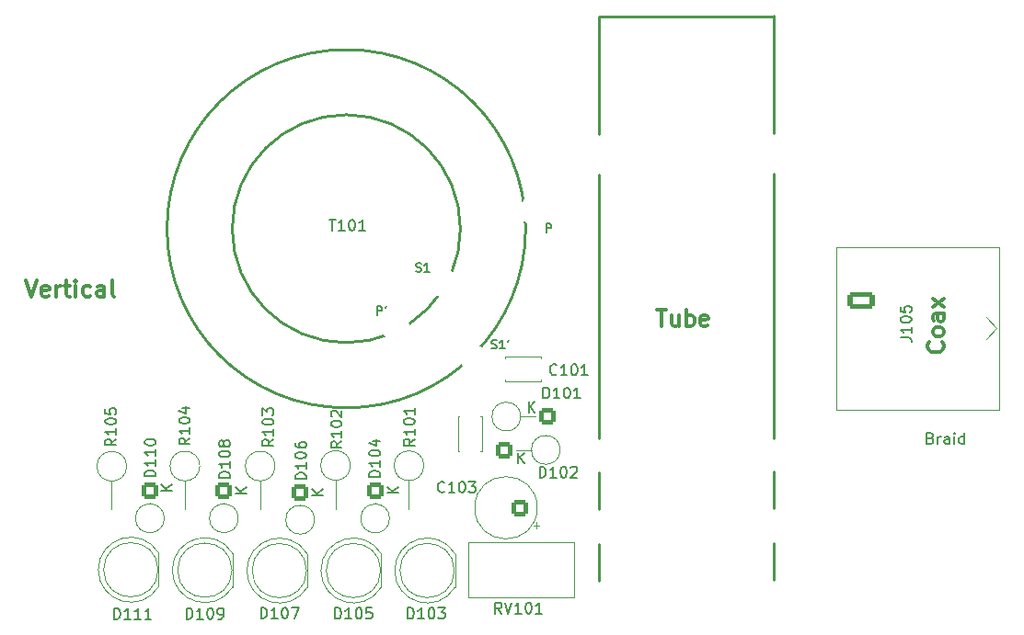
<source format=gto>
G04 #@! TF.GenerationSoftware,KiCad,Pcbnew,9.0.4*
G04 #@! TF.CreationDate,2026-01-10T10:25:12-05:00*
G04 #@! TF.ProjectId,SignalStreamer,5369676e-616c-4537-9472-65616d65722e,rev?*
G04 #@! TF.SameCoordinates,Original*
G04 #@! TF.FileFunction,Legend,Top*
G04 #@! TF.FilePolarity,Positive*
%FSLAX46Y46*%
G04 Gerber Fmt 4.6, Leading zero omitted, Abs format (unit mm)*
G04 Created by KiCad (PCBNEW 9.0.4) date 2026-01-10 10:25:12*
%MOMM*%
%LPD*%
G01*
G04 APERTURE LIST*
G04 Aperture macros list*
%AMRoundRect*
0 Rectangle with rounded corners*
0 $1 Rounding radius*
0 $2 $3 $4 $5 $6 $7 $8 $9 X,Y pos of 4 corners*
0 Add a 4 corners polygon primitive as box body*
4,1,4,$2,$3,$4,$5,$6,$7,$8,$9,$2,$3,0*
0 Add four circle primitives for the rounded corners*
1,1,$1+$1,$2,$3*
1,1,$1+$1,$4,$5*
1,1,$1+$1,$6,$7*
1,1,$1+$1,$8,$9*
0 Add four rect primitives between the rounded corners*
20,1,$1+$1,$2,$3,$4,$5,0*
20,1,$1+$1,$4,$5,$6,$7,0*
20,1,$1+$1,$6,$7,$8,$9,0*
20,1,$1+$1,$8,$9,$2,$3,0*%
G04 Aperture macros list end*
%ADD10C,0.300000*%
%ADD11C,0.150000*%
%ADD12C,0.250000*%
%ADD13C,0.120000*%
%ADD14C,2.600000*%
%ADD15C,5.000000*%
%ADD16RoundRect,0.250000X-0.550000X0.550000X-0.550000X-0.550000X0.550000X-0.550000X0.550000X0.550000X0*%
%ADD17C,1.600000*%
%ADD18C,2.500000*%
%ADD19C,3.000000*%
%ADD20R,1.800000X1.800000*%
%ADD21C,1.800000*%
%ADD22O,2.500000X1.600000*%
%ADD23C,3.500000*%
%ADD24RoundRect,0.250000X-1.000000X0.550000X-1.000000X-0.550000X1.000000X-0.550000X1.000000X0.550000X0*%
%ADD25RoundRect,0.250000X0.550000X0.550000X-0.550000X0.550000X-0.550000X-0.550000X0.550000X-0.550000X0*%
%ADD26C,7.000000*%
%ADD27RoundRect,0.250000X-0.550000X-0.550000X0.550000X-0.550000X0.550000X0.550000X-0.550000X0.550000X0*%
%ADD28C,1.440000*%
G04 APERTURE END LIST*
D10*
X50150225Y-83600828D02*
X50650225Y-85100828D01*
X50650225Y-85100828D02*
X51150225Y-83600828D01*
X52221653Y-85029400D02*
X52078796Y-85100828D01*
X52078796Y-85100828D02*
X51793082Y-85100828D01*
X51793082Y-85100828D02*
X51650224Y-85029400D01*
X51650224Y-85029400D02*
X51578796Y-84886542D01*
X51578796Y-84886542D02*
X51578796Y-84315114D01*
X51578796Y-84315114D02*
X51650224Y-84172257D01*
X51650224Y-84172257D02*
X51793082Y-84100828D01*
X51793082Y-84100828D02*
X52078796Y-84100828D01*
X52078796Y-84100828D02*
X52221653Y-84172257D01*
X52221653Y-84172257D02*
X52293082Y-84315114D01*
X52293082Y-84315114D02*
X52293082Y-84457971D01*
X52293082Y-84457971D02*
X51578796Y-84600828D01*
X52935938Y-85100828D02*
X52935938Y-84100828D01*
X52935938Y-84386542D02*
X53007367Y-84243685D01*
X53007367Y-84243685D02*
X53078796Y-84172257D01*
X53078796Y-84172257D02*
X53221653Y-84100828D01*
X53221653Y-84100828D02*
X53364510Y-84100828D01*
X53650224Y-84100828D02*
X54221652Y-84100828D01*
X53864509Y-83600828D02*
X53864509Y-84886542D01*
X53864509Y-84886542D02*
X53935938Y-85029400D01*
X53935938Y-85029400D02*
X54078795Y-85100828D01*
X54078795Y-85100828D02*
X54221652Y-85100828D01*
X54721652Y-85100828D02*
X54721652Y-84100828D01*
X54721652Y-83600828D02*
X54650224Y-83672257D01*
X54650224Y-83672257D02*
X54721652Y-83743685D01*
X54721652Y-83743685D02*
X54793081Y-83672257D01*
X54793081Y-83672257D02*
X54721652Y-83600828D01*
X54721652Y-83600828D02*
X54721652Y-83743685D01*
X56078796Y-85029400D02*
X55935938Y-85100828D01*
X55935938Y-85100828D02*
X55650224Y-85100828D01*
X55650224Y-85100828D02*
X55507367Y-85029400D01*
X55507367Y-85029400D02*
X55435938Y-84957971D01*
X55435938Y-84957971D02*
X55364510Y-84815114D01*
X55364510Y-84815114D02*
X55364510Y-84386542D01*
X55364510Y-84386542D02*
X55435938Y-84243685D01*
X55435938Y-84243685D02*
X55507367Y-84172257D01*
X55507367Y-84172257D02*
X55650224Y-84100828D01*
X55650224Y-84100828D02*
X55935938Y-84100828D01*
X55935938Y-84100828D02*
X56078796Y-84172257D01*
X57364510Y-85100828D02*
X57364510Y-84315114D01*
X57364510Y-84315114D02*
X57293081Y-84172257D01*
X57293081Y-84172257D02*
X57150224Y-84100828D01*
X57150224Y-84100828D02*
X56864510Y-84100828D01*
X56864510Y-84100828D02*
X56721652Y-84172257D01*
X57364510Y-85029400D02*
X57221652Y-85100828D01*
X57221652Y-85100828D02*
X56864510Y-85100828D01*
X56864510Y-85100828D02*
X56721652Y-85029400D01*
X56721652Y-85029400D02*
X56650224Y-84886542D01*
X56650224Y-84886542D02*
X56650224Y-84743685D01*
X56650224Y-84743685D02*
X56721652Y-84600828D01*
X56721652Y-84600828D02*
X56864510Y-84529400D01*
X56864510Y-84529400D02*
X57221652Y-84529400D01*
X57221652Y-84529400D02*
X57364510Y-84457971D01*
X58293081Y-85100828D02*
X58150224Y-85029400D01*
X58150224Y-85029400D02*
X58078795Y-84886542D01*
X58078795Y-84886542D02*
X58078795Y-83600828D01*
D11*
X133390112Y-98156009D02*
X133532969Y-98203628D01*
X133532969Y-98203628D02*
X133580588Y-98251247D01*
X133580588Y-98251247D02*
X133628207Y-98346485D01*
X133628207Y-98346485D02*
X133628207Y-98489342D01*
X133628207Y-98489342D02*
X133580588Y-98584580D01*
X133580588Y-98584580D02*
X133532969Y-98632200D01*
X133532969Y-98632200D02*
X133437731Y-98679819D01*
X133437731Y-98679819D02*
X133056779Y-98679819D01*
X133056779Y-98679819D02*
X133056779Y-97679819D01*
X133056779Y-97679819D02*
X133390112Y-97679819D01*
X133390112Y-97679819D02*
X133485350Y-97727438D01*
X133485350Y-97727438D02*
X133532969Y-97775057D01*
X133532969Y-97775057D02*
X133580588Y-97870295D01*
X133580588Y-97870295D02*
X133580588Y-97965533D01*
X133580588Y-97965533D02*
X133532969Y-98060771D01*
X133532969Y-98060771D02*
X133485350Y-98108390D01*
X133485350Y-98108390D02*
X133390112Y-98156009D01*
X133390112Y-98156009D02*
X133056779Y-98156009D01*
X134056779Y-98679819D02*
X134056779Y-98013152D01*
X134056779Y-98203628D02*
X134104398Y-98108390D01*
X134104398Y-98108390D02*
X134152017Y-98060771D01*
X134152017Y-98060771D02*
X134247255Y-98013152D01*
X134247255Y-98013152D02*
X134342493Y-98013152D01*
X135104398Y-98679819D02*
X135104398Y-98156009D01*
X135104398Y-98156009D02*
X135056779Y-98060771D01*
X135056779Y-98060771D02*
X134961541Y-98013152D01*
X134961541Y-98013152D02*
X134771065Y-98013152D01*
X134771065Y-98013152D02*
X134675827Y-98060771D01*
X135104398Y-98632200D02*
X135009160Y-98679819D01*
X135009160Y-98679819D02*
X134771065Y-98679819D01*
X134771065Y-98679819D02*
X134675827Y-98632200D01*
X134675827Y-98632200D02*
X134628208Y-98536961D01*
X134628208Y-98536961D02*
X134628208Y-98441723D01*
X134628208Y-98441723D02*
X134675827Y-98346485D01*
X134675827Y-98346485D02*
X134771065Y-98298866D01*
X134771065Y-98298866D02*
X135009160Y-98298866D01*
X135009160Y-98298866D02*
X135104398Y-98251247D01*
X135580589Y-98679819D02*
X135580589Y-98013152D01*
X135580589Y-97679819D02*
X135532970Y-97727438D01*
X135532970Y-97727438D02*
X135580589Y-97775057D01*
X135580589Y-97775057D02*
X135628208Y-97727438D01*
X135628208Y-97727438D02*
X135580589Y-97679819D01*
X135580589Y-97679819D02*
X135580589Y-97775057D01*
X136485350Y-98679819D02*
X136485350Y-97679819D01*
X136485350Y-98632200D02*
X136390112Y-98679819D01*
X136390112Y-98679819D02*
X136199636Y-98679819D01*
X136199636Y-98679819D02*
X136104398Y-98632200D01*
X136104398Y-98632200D02*
X136056779Y-98584580D01*
X136056779Y-98584580D02*
X136009160Y-98489342D01*
X136009160Y-98489342D02*
X136009160Y-98203628D01*
X136009160Y-98203628D02*
X136056779Y-98108390D01*
X136056779Y-98108390D02*
X136104398Y-98060771D01*
X136104398Y-98060771D02*
X136199636Y-98013152D01*
X136199636Y-98013152D02*
X136390112Y-98013152D01*
X136390112Y-98013152D02*
X136485350Y-98060771D01*
D10*
X108220225Y-86335728D02*
X109077368Y-86335728D01*
X108648796Y-87835728D02*
X108648796Y-86335728D01*
X110220225Y-86835728D02*
X110220225Y-87835728D01*
X109577367Y-86835728D02*
X109577367Y-87621442D01*
X109577367Y-87621442D02*
X109648796Y-87764300D01*
X109648796Y-87764300D02*
X109791653Y-87835728D01*
X109791653Y-87835728D02*
X110005939Y-87835728D01*
X110005939Y-87835728D02*
X110148796Y-87764300D01*
X110148796Y-87764300D02*
X110220225Y-87692871D01*
X110934510Y-87835728D02*
X110934510Y-86335728D01*
X110934510Y-86907157D02*
X111077368Y-86835728D01*
X111077368Y-86835728D02*
X111363082Y-86835728D01*
X111363082Y-86835728D02*
X111505939Y-86907157D01*
X111505939Y-86907157D02*
X111577368Y-86978585D01*
X111577368Y-86978585D02*
X111648796Y-87121442D01*
X111648796Y-87121442D02*
X111648796Y-87550014D01*
X111648796Y-87550014D02*
X111577368Y-87692871D01*
X111577368Y-87692871D02*
X111505939Y-87764300D01*
X111505939Y-87764300D02*
X111363082Y-87835728D01*
X111363082Y-87835728D02*
X111077368Y-87835728D01*
X111077368Y-87835728D02*
X110934510Y-87764300D01*
X112863082Y-87764300D02*
X112720225Y-87835728D01*
X112720225Y-87835728D02*
X112434511Y-87835728D01*
X112434511Y-87835728D02*
X112291653Y-87764300D01*
X112291653Y-87764300D02*
X112220225Y-87621442D01*
X112220225Y-87621442D02*
X112220225Y-87050014D01*
X112220225Y-87050014D02*
X112291653Y-86907157D01*
X112291653Y-86907157D02*
X112434511Y-86835728D01*
X112434511Y-86835728D02*
X112720225Y-86835728D01*
X112720225Y-86835728D02*
X112863082Y-86907157D01*
X112863082Y-86907157D02*
X112934511Y-87050014D01*
X112934511Y-87050014D02*
X112934511Y-87192871D01*
X112934511Y-87192871D02*
X112220225Y-87335728D01*
X134467971Y-89318346D02*
X134539400Y-89389774D01*
X134539400Y-89389774D02*
X134610828Y-89604060D01*
X134610828Y-89604060D02*
X134610828Y-89746917D01*
X134610828Y-89746917D02*
X134539400Y-89961203D01*
X134539400Y-89961203D02*
X134396542Y-90104060D01*
X134396542Y-90104060D02*
X134253685Y-90175489D01*
X134253685Y-90175489D02*
X133967971Y-90246917D01*
X133967971Y-90246917D02*
X133753685Y-90246917D01*
X133753685Y-90246917D02*
X133467971Y-90175489D01*
X133467971Y-90175489D02*
X133325114Y-90104060D01*
X133325114Y-90104060D02*
X133182257Y-89961203D01*
X133182257Y-89961203D02*
X133110828Y-89746917D01*
X133110828Y-89746917D02*
X133110828Y-89604060D01*
X133110828Y-89604060D02*
X133182257Y-89389774D01*
X133182257Y-89389774D02*
X133253685Y-89318346D01*
X134610828Y-88461203D02*
X134539400Y-88604060D01*
X134539400Y-88604060D02*
X134467971Y-88675489D01*
X134467971Y-88675489D02*
X134325114Y-88746917D01*
X134325114Y-88746917D02*
X133896542Y-88746917D01*
X133896542Y-88746917D02*
X133753685Y-88675489D01*
X133753685Y-88675489D02*
X133682257Y-88604060D01*
X133682257Y-88604060D02*
X133610828Y-88461203D01*
X133610828Y-88461203D02*
X133610828Y-88246917D01*
X133610828Y-88246917D02*
X133682257Y-88104060D01*
X133682257Y-88104060D02*
X133753685Y-88032632D01*
X133753685Y-88032632D02*
X133896542Y-87961203D01*
X133896542Y-87961203D02*
X134325114Y-87961203D01*
X134325114Y-87961203D02*
X134467971Y-88032632D01*
X134467971Y-88032632D02*
X134539400Y-88104060D01*
X134539400Y-88104060D02*
X134610828Y-88246917D01*
X134610828Y-88246917D02*
X134610828Y-88461203D01*
X134610828Y-86675489D02*
X133825114Y-86675489D01*
X133825114Y-86675489D02*
X133682257Y-86746917D01*
X133682257Y-86746917D02*
X133610828Y-86889774D01*
X133610828Y-86889774D02*
X133610828Y-87175489D01*
X133610828Y-87175489D02*
X133682257Y-87318346D01*
X134539400Y-86675489D02*
X134610828Y-86818346D01*
X134610828Y-86818346D02*
X134610828Y-87175489D01*
X134610828Y-87175489D02*
X134539400Y-87318346D01*
X134539400Y-87318346D02*
X134396542Y-87389774D01*
X134396542Y-87389774D02*
X134253685Y-87389774D01*
X134253685Y-87389774D02*
X134110828Y-87318346D01*
X134110828Y-87318346D02*
X134039400Y-87175489D01*
X134039400Y-87175489D02*
X134039400Y-86818346D01*
X134039400Y-86818346D02*
X133967971Y-86675489D01*
X134610828Y-86104060D02*
X133610828Y-85318346D01*
X133610828Y-86104060D02*
X134610828Y-85318346D01*
D11*
X78045714Y-78024819D02*
X78617142Y-78024819D01*
X78331428Y-79024819D02*
X78331428Y-78024819D01*
X79474285Y-79024819D02*
X78902857Y-79024819D01*
X79188571Y-79024819D02*
X79188571Y-78024819D01*
X79188571Y-78024819D02*
X79093333Y-78167676D01*
X79093333Y-78167676D02*
X78998095Y-78262914D01*
X78998095Y-78262914D02*
X78902857Y-78310533D01*
X80093333Y-78024819D02*
X80188571Y-78024819D01*
X80188571Y-78024819D02*
X80283809Y-78072438D01*
X80283809Y-78072438D02*
X80331428Y-78120057D01*
X80331428Y-78120057D02*
X80379047Y-78215295D01*
X80379047Y-78215295D02*
X80426666Y-78405771D01*
X80426666Y-78405771D02*
X80426666Y-78643866D01*
X80426666Y-78643866D02*
X80379047Y-78834342D01*
X80379047Y-78834342D02*
X80331428Y-78929580D01*
X80331428Y-78929580D02*
X80283809Y-78977200D01*
X80283809Y-78977200D02*
X80188571Y-79024819D01*
X80188571Y-79024819D02*
X80093333Y-79024819D01*
X80093333Y-79024819D02*
X79998095Y-78977200D01*
X79998095Y-78977200D02*
X79950476Y-78929580D01*
X79950476Y-78929580D02*
X79902857Y-78834342D01*
X79902857Y-78834342D02*
X79855238Y-78643866D01*
X79855238Y-78643866D02*
X79855238Y-78405771D01*
X79855238Y-78405771D02*
X79902857Y-78215295D01*
X79902857Y-78215295D02*
X79950476Y-78120057D01*
X79950476Y-78120057D02*
X79998095Y-78072438D01*
X79998095Y-78072438D02*
X80093333Y-78024819D01*
X81379047Y-79024819D02*
X80807619Y-79024819D01*
X81093333Y-79024819D02*
X81093333Y-78024819D01*
X81093333Y-78024819D02*
X80998095Y-78167676D01*
X80998095Y-78167676D02*
X80902857Y-78262914D01*
X80902857Y-78262914D02*
X80807619Y-78310533D01*
X82450000Y-86822295D02*
X82450000Y-86022295D01*
X82450000Y-86022295D02*
X82754762Y-86022295D01*
X82754762Y-86022295D02*
X82830952Y-86060390D01*
X82830952Y-86060390D02*
X82869047Y-86098485D01*
X82869047Y-86098485D02*
X82907143Y-86174676D01*
X82907143Y-86174676D02*
X82907143Y-86288961D01*
X82907143Y-86288961D02*
X82869047Y-86365152D01*
X82869047Y-86365152D02*
X82830952Y-86403247D01*
X82830952Y-86403247D02*
X82754762Y-86441342D01*
X82754762Y-86441342D02*
X82450000Y-86441342D01*
X83288095Y-86022295D02*
X83211904Y-86174676D01*
X86050475Y-82774200D02*
X86164761Y-82812295D01*
X86164761Y-82812295D02*
X86355237Y-82812295D01*
X86355237Y-82812295D02*
X86431428Y-82774200D01*
X86431428Y-82774200D02*
X86469523Y-82736104D01*
X86469523Y-82736104D02*
X86507618Y-82659914D01*
X86507618Y-82659914D02*
X86507618Y-82583723D01*
X86507618Y-82583723D02*
X86469523Y-82507533D01*
X86469523Y-82507533D02*
X86431428Y-82469438D01*
X86431428Y-82469438D02*
X86355237Y-82431342D01*
X86355237Y-82431342D02*
X86202856Y-82393247D01*
X86202856Y-82393247D02*
X86126666Y-82355152D01*
X86126666Y-82355152D02*
X86088571Y-82317057D01*
X86088571Y-82317057D02*
X86050475Y-82240866D01*
X86050475Y-82240866D02*
X86050475Y-82164676D01*
X86050475Y-82164676D02*
X86088571Y-82088485D01*
X86088571Y-82088485D02*
X86126666Y-82050390D01*
X86126666Y-82050390D02*
X86202856Y-82012295D01*
X86202856Y-82012295D02*
X86393333Y-82012295D01*
X86393333Y-82012295D02*
X86507618Y-82050390D01*
X87269523Y-82812295D02*
X86812380Y-82812295D01*
X87040952Y-82812295D02*
X87040952Y-82012295D01*
X87040952Y-82012295D02*
X86964761Y-82126580D01*
X86964761Y-82126580D02*
X86888571Y-82202771D01*
X86888571Y-82202771D02*
X86812380Y-82240866D01*
X93009999Y-89874200D02*
X93124285Y-89912295D01*
X93124285Y-89912295D02*
X93314761Y-89912295D01*
X93314761Y-89912295D02*
X93390952Y-89874200D01*
X93390952Y-89874200D02*
X93429047Y-89836104D01*
X93429047Y-89836104D02*
X93467142Y-89759914D01*
X93467142Y-89759914D02*
X93467142Y-89683723D01*
X93467142Y-89683723D02*
X93429047Y-89607533D01*
X93429047Y-89607533D02*
X93390952Y-89569438D01*
X93390952Y-89569438D02*
X93314761Y-89531342D01*
X93314761Y-89531342D02*
X93162380Y-89493247D01*
X93162380Y-89493247D02*
X93086190Y-89455152D01*
X93086190Y-89455152D02*
X93048095Y-89417057D01*
X93048095Y-89417057D02*
X93009999Y-89340866D01*
X93009999Y-89340866D02*
X93009999Y-89264676D01*
X93009999Y-89264676D02*
X93048095Y-89188485D01*
X93048095Y-89188485D02*
X93086190Y-89150390D01*
X93086190Y-89150390D02*
X93162380Y-89112295D01*
X93162380Y-89112295D02*
X93352857Y-89112295D01*
X93352857Y-89112295D02*
X93467142Y-89150390D01*
X94229047Y-89912295D02*
X93771904Y-89912295D01*
X94000476Y-89912295D02*
X94000476Y-89112295D01*
X94000476Y-89112295D02*
X93924285Y-89226580D01*
X93924285Y-89226580D02*
X93848095Y-89302771D01*
X93848095Y-89302771D02*
X93771904Y-89340866D01*
X94610000Y-89112295D02*
X94533809Y-89264676D01*
X98010476Y-79202295D02*
X98010476Y-78402295D01*
X98010476Y-78402295D02*
X98315238Y-78402295D01*
X98315238Y-78402295D02*
X98391428Y-78440390D01*
X98391428Y-78440390D02*
X98429523Y-78478485D01*
X98429523Y-78478485D02*
X98467619Y-78554676D01*
X98467619Y-78554676D02*
X98467619Y-78668961D01*
X98467619Y-78668961D02*
X98429523Y-78745152D01*
X98429523Y-78745152D02*
X98391428Y-78783247D01*
X98391428Y-78783247D02*
X98315238Y-78821342D01*
X98315238Y-78821342D02*
X98010476Y-78821342D01*
X82734819Y-101730475D02*
X81734819Y-101730475D01*
X81734819Y-101730475D02*
X81734819Y-101492380D01*
X81734819Y-101492380D02*
X81782438Y-101349523D01*
X81782438Y-101349523D02*
X81877676Y-101254285D01*
X81877676Y-101254285D02*
X81972914Y-101206666D01*
X81972914Y-101206666D02*
X82163390Y-101159047D01*
X82163390Y-101159047D02*
X82306247Y-101159047D01*
X82306247Y-101159047D02*
X82496723Y-101206666D01*
X82496723Y-101206666D02*
X82591961Y-101254285D01*
X82591961Y-101254285D02*
X82687200Y-101349523D01*
X82687200Y-101349523D02*
X82734819Y-101492380D01*
X82734819Y-101492380D02*
X82734819Y-101730475D01*
X82734819Y-100206666D02*
X82734819Y-100778094D01*
X82734819Y-100492380D02*
X81734819Y-100492380D01*
X81734819Y-100492380D02*
X81877676Y-100587618D01*
X81877676Y-100587618D02*
X81972914Y-100682856D01*
X81972914Y-100682856D02*
X82020533Y-100778094D01*
X81734819Y-99587618D02*
X81734819Y-99492380D01*
X81734819Y-99492380D02*
X81782438Y-99397142D01*
X81782438Y-99397142D02*
X81830057Y-99349523D01*
X81830057Y-99349523D02*
X81925295Y-99301904D01*
X81925295Y-99301904D02*
X82115771Y-99254285D01*
X82115771Y-99254285D02*
X82353866Y-99254285D01*
X82353866Y-99254285D02*
X82544342Y-99301904D01*
X82544342Y-99301904D02*
X82639580Y-99349523D01*
X82639580Y-99349523D02*
X82687200Y-99397142D01*
X82687200Y-99397142D02*
X82734819Y-99492380D01*
X82734819Y-99492380D02*
X82734819Y-99587618D01*
X82734819Y-99587618D02*
X82687200Y-99682856D01*
X82687200Y-99682856D02*
X82639580Y-99730475D01*
X82639580Y-99730475D02*
X82544342Y-99778094D01*
X82544342Y-99778094D02*
X82353866Y-99825713D01*
X82353866Y-99825713D02*
X82115771Y-99825713D01*
X82115771Y-99825713D02*
X81925295Y-99778094D01*
X81925295Y-99778094D02*
X81830057Y-99730475D01*
X81830057Y-99730475D02*
X81782438Y-99682856D01*
X81782438Y-99682856D02*
X81734819Y-99587618D01*
X82068152Y-98397142D02*
X82734819Y-98397142D01*
X81687200Y-98635237D02*
X82401485Y-98873332D01*
X82401485Y-98873332D02*
X82401485Y-98254285D01*
X84424819Y-103201904D02*
X83424819Y-103201904D01*
X84424819Y-102630476D02*
X83853390Y-103059047D01*
X83424819Y-102630476D02*
X83996247Y-103201904D01*
X58249524Y-114824819D02*
X58249524Y-113824819D01*
X58249524Y-113824819D02*
X58487619Y-113824819D01*
X58487619Y-113824819D02*
X58630476Y-113872438D01*
X58630476Y-113872438D02*
X58725714Y-113967676D01*
X58725714Y-113967676D02*
X58773333Y-114062914D01*
X58773333Y-114062914D02*
X58820952Y-114253390D01*
X58820952Y-114253390D02*
X58820952Y-114396247D01*
X58820952Y-114396247D02*
X58773333Y-114586723D01*
X58773333Y-114586723D02*
X58725714Y-114681961D01*
X58725714Y-114681961D02*
X58630476Y-114777200D01*
X58630476Y-114777200D02*
X58487619Y-114824819D01*
X58487619Y-114824819D02*
X58249524Y-114824819D01*
X59773333Y-114824819D02*
X59201905Y-114824819D01*
X59487619Y-114824819D02*
X59487619Y-113824819D01*
X59487619Y-113824819D02*
X59392381Y-113967676D01*
X59392381Y-113967676D02*
X59297143Y-114062914D01*
X59297143Y-114062914D02*
X59201905Y-114110533D01*
X60725714Y-114824819D02*
X60154286Y-114824819D01*
X60440000Y-114824819D02*
X60440000Y-113824819D01*
X60440000Y-113824819D02*
X60344762Y-113967676D01*
X60344762Y-113967676D02*
X60249524Y-114062914D01*
X60249524Y-114062914D02*
X60154286Y-114110533D01*
X61678095Y-114824819D02*
X61106667Y-114824819D01*
X61392381Y-114824819D02*
X61392381Y-113824819D01*
X61392381Y-113824819D02*
X61297143Y-113967676D01*
X61297143Y-113967676D02*
X61201905Y-114062914D01*
X61201905Y-114062914D02*
X61106667Y-114110533D01*
X85914819Y-98249047D02*
X85438628Y-98582380D01*
X85914819Y-98820475D02*
X84914819Y-98820475D01*
X84914819Y-98820475D02*
X84914819Y-98439523D01*
X84914819Y-98439523D02*
X84962438Y-98344285D01*
X84962438Y-98344285D02*
X85010057Y-98296666D01*
X85010057Y-98296666D02*
X85105295Y-98249047D01*
X85105295Y-98249047D02*
X85248152Y-98249047D01*
X85248152Y-98249047D02*
X85343390Y-98296666D01*
X85343390Y-98296666D02*
X85391009Y-98344285D01*
X85391009Y-98344285D02*
X85438628Y-98439523D01*
X85438628Y-98439523D02*
X85438628Y-98820475D01*
X85914819Y-97296666D02*
X85914819Y-97868094D01*
X85914819Y-97582380D02*
X84914819Y-97582380D01*
X84914819Y-97582380D02*
X85057676Y-97677618D01*
X85057676Y-97677618D02*
X85152914Y-97772856D01*
X85152914Y-97772856D02*
X85200533Y-97868094D01*
X84914819Y-96677618D02*
X84914819Y-96582380D01*
X84914819Y-96582380D02*
X84962438Y-96487142D01*
X84962438Y-96487142D02*
X85010057Y-96439523D01*
X85010057Y-96439523D02*
X85105295Y-96391904D01*
X85105295Y-96391904D02*
X85295771Y-96344285D01*
X85295771Y-96344285D02*
X85533866Y-96344285D01*
X85533866Y-96344285D02*
X85724342Y-96391904D01*
X85724342Y-96391904D02*
X85819580Y-96439523D01*
X85819580Y-96439523D02*
X85867200Y-96487142D01*
X85867200Y-96487142D02*
X85914819Y-96582380D01*
X85914819Y-96582380D02*
X85914819Y-96677618D01*
X85914819Y-96677618D02*
X85867200Y-96772856D01*
X85867200Y-96772856D02*
X85819580Y-96820475D01*
X85819580Y-96820475D02*
X85724342Y-96868094D01*
X85724342Y-96868094D02*
X85533866Y-96915713D01*
X85533866Y-96915713D02*
X85295771Y-96915713D01*
X85295771Y-96915713D02*
X85105295Y-96868094D01*
X85105295Y-96868094D02*
X85010057Y-96820475D01*
X85010057Y-96820475D02*
X84962438Y-96772856D01*
X84962438Y-96772856D02*
X84914819Y-96677618D01*
X85914819Y-95391904D02*
X85914819Y-95963332D01*
X85914819Y-95677618D02*
X84914819Y-95677618D01*
X84914819Y-95677618D02*
X85057676Y-95772856D01*
X85057676Y-95772856D02*
X85152914Y-95868094D01*
X85152914Y-95868094D02*
X85200533Y-95963332D01*
X62074819Y-101670475D02*
X61074819Y-101670475D01*
X61074819Y-101670475D02*
X61074819Y-101432380D01*
X61074819Y-101432380D02*
X61122438Y-101289523D01*
X61122438Y-101289523D02*
X61217676Y-101194285D01*
X61217676Y-101194285D02*
X61312914Y-101146666D01*
X61312914Y-101146666D02*
X61503390Y-101099047D01*
X61503390Y-101099047D02*
X61646247Y-101099047D01*
X61646247Y-101099047D02*
X61836723Y-101146666D01*
X61836723Y-101146666D02*
X61931961Y-101194285D01*
X61931961Y-101194285D02*
X62027200Y-101289523D01*
X62027200Y-101289523D02*
X62074819Y-101432380D01*
X62074819Y-101432380D02*
X62074819Y-101670475D01*
X62074819Y-100146666D02*
X62074819Y-100718094D01*
X62074819Y-100432380D02*
X61074819Y-100432380D01*
X61074819Y-100432380D02*
X61217676Y-100527618D01*
X61217676Y-100527618D02*
X61312914Y-100622856D01*
X61312914Y-100622856D02*
X61360533Y-100718094D01*
X62074819Y-99194285D02*
X62074819Y-99765713D01*
X62074819Y-99479999D02*
X61074819Y-99479999D01*
X61074819Y-99479999D02*
X61217676Y-99575237D01*
X61217676Y-99575237D02*
X61312914Y-99670475D01*
X61312914Y-99670475D02*
X61360533Y-99765713D01*
X61074819Y-98575237D02*
X61074819Y-98479999D01*
X61074819Y-98479999D02*
X61122438Y-98384761D01*
X61122438Y-98384761D02*
X61170057Y-98337142D01*
X61170057Y-98337142D02*
X61265295Y-98289523D01*
X61265295Y-98289523D02*
X61455771Y-98241904D01*
X61455771Y-98241904D02*
X61693866Y-98241904D01*
X61693866Y-98241904D02*
X61884342Y-98289523D01*
X61884342Y-98289523D02*
X61979580Y-98337142D01*
X61979580Y-98337142D02*
X62027200Y-98384761D01*
X62027200Y-98384761D02*
X62074819Y-98479999D01*
X62074819Y-98479999D02*
X62074819Y-98575237D01*
X62074819Y-98575237D02*
X62027200Y-98670475D01*
X62027200Y-98670475D02*
X61979580Y-98718094D01*
X61979580Y-98718094D02*
X61884342Y-98765713D01*
X61884342Y-98765713D02*
X61693866Y-98813332D01*
X61693866Y-98813332D02*
X61455771Y-98813332D01*
X61455771Y-98813332D02*
X61265295Y-98765713D01*
X61265295Y-98765713D02*
X61170057Y-98718094D01*
X61170057Y-98718094D02*
X61122438Y-98670475D01*
X61122438Y-98670475D02*
X61074819Y-98575237D01*
X63584819Y-102981904D02*
X62584819Y-102981904D01*
X63584819Y-102410476D02*
X63013390Y-102839047D01*
X62584819Y-102410476D02*
X63156247Y-102981904D01*
X130619819Y-88898114D02*
X131334104Y-88898114D01*
X131334104Y-88898114D02*
X131476961Y-88945733D01*
X131476961Y-88945733D02*
X131572200Y-89040971D01*
X131572200Y-89040971D02*
X131619819Y-89183828D01*
X131619819Y-89183828D02*
X131619819Y-89279066D01*
X131619819Y-87898114D02*
X131619819Y-88469542D01*
X131619819Y-88183828D02*
X130619819Y-88183828D01*
X130619819Y-88183828D02*
X130762676Y-88279066D01*
X130762676Y-88279066D02*
X130857914Y-88374304D01*
X130857914Y-88374304D02*
X130905533Y-88469542D01*
X130619819Y-87279066D02*
X130619819Y-87183828D01*
X130619819Y-87183828D02*
X130667438Y-87088590D01*
X130667438Y-87088590D02*
X130715057Y-87040971D01*
X130715057Y-87040971D02*
X130810295Y-86993352D01*
X130810295Y-86993352D02*
X131000771Y-86945733D01*
X131000771Y-86945733D02*
X131238866Y-86945733D01*
X131238866Y-86945733D02*
X131429342Y-86993352D01*
X131429342Y-86993352D02*
X131524580Y-87040971D01*
X131524580Y-87040971D02*
X131572200Y-87088590D01*
X131572200Y-87088590D02*
X131619819Y-87183828D01*
X131619819Y-87183828D02*
X131619819Y-87279066D01*
X131619819Y-87279066D02*
X131572200Y-87374304D01*
X131572200Y-87374304D02*
X131524580Y-87421923D01*
X131524580Y-87421923D02*
X131429342Y-87469542D01*
X131429342Y-87469542D02*
X131238866Y-87517161D01*
X131238866Y-87517161D02*
X131000771Y-87517161D01*
X131000771Y-87517161D02*
X130810295Y-87469542D01*
X130810295Y-87469542D02*
X130715057Y-87421923D01*
X130715057Y-87421923D02*
X130667438Y-87374304D01*
X130667438Y-87374304D02*
X130619819Y-87279066D01*
X130619819Y-86040971D02*
X130619819Y-86517161D01*
X130619819Y-86517161D02*
X131096009Y-86564780D01*
X131096009Y-86564780D02*
X131048390Y-86517161D01*
X131048390Y-86517161D02*
X131000771Y-86421923D01*
X131000771Y-86421923D02*
X131000771Y-86183828D01*
X131000771Y-86183828D02*
X131048390Y-86088590D01*
X131048390Y-86088590D02*
X131096009Y-86040971D01*
X131096009Y-86040971D02*
X131191247Y-85993352D01*
X131191247Y-85993352D02*
X131429342Y-85993352D01*
X131429342Y-85993352D02*
X131524580Y-86040971D01*
X131524580Y-86040971D02*
X131572200Y-86088590D01*
X131572200Y-86088590D02*
X131619819Y-86183828D01*
X131619819Y-86183828D02*
X131619819Y-86421923D01*
X131619819Y-86421923D02*
X131572200Y-86517161D01*
X131572200Y-86517161D02*
X131524580Y-86564780D01*
X88650952Y-103069580D02*
X88603333Y-103117200D01*
X88603333Y-103117200D02*
X88460476Y-103164819D01*
X88460476Y-103164819D02*
X88365238Y-103164819D01*
X88365238Y-103164819D02*
X88222381Y-103117200D01*
X88222381Y-103117200D02*
X88127143Y-103021961D01*
X88127143Y-103021961D02*
X88079524Y-102926723D01*
X88079524Y-102926723D02*
X88031905Y-102736247D01*
X88031905Y-102736247D02*
X88031905Y-102593390D01*
X88031905Y-102593390D02*
X88079524Y-102402914D01*
X88079524Y-102402914D02*
X88127143Y-102307676D01*
X88127143Y-102307676D02*
X88222381Y-102212438D01*
X88222381Y-102212438D02*
X88365238Y-102164819D01*
X88365238Y-102164819D02*
X88460476Y-102164819D01*
X88460476Y-102164819D02*
X88603333Y-102212438D01*
X88603333Y-102212438D02*
X88650952Y-102260057D01*
X89603333Y-103164819D02*
X89031905Y-103164819D01*
X89317619Y-103164819D02*
X89317619Y-102164819D01*
X89317619Y-102164819D02*
X89222381Y-102307676D01*
X89222381Y-102307676D02*
X89127143Y-102402914D01*
X89127143Y-102402914D02*
X89031905Y-102450533D01*
X90222381Y-102164819D02*
X90317619Y-102164819D01*
X90317619Y-102164819D02*
X90412857Y-102212438D01*
X90412857Y-102212438D02*
X90460476Y-102260057D01*
X90460476Y-102260057D02*
X90508095Y-102355295D01*
X90508095Y-102355295D02*
X90555714Y-102545771D01*
X90555714Y-102545771D02*
X90555714Y-102783866D01*
X90555714Y-102783866D02*
X90508095Y-102974342D01*
X90508095Y-102974342D02*
X90460476Y-103069580D01*
X90460476Y-103069580D02*
X90412857Y-103117200D01*
X90412857Y-103117200D02*
X90317619Y-103164819D01*
X90317619Y-103164819D02*
X90222381Y-103164819D01*
X90222381Y-103164819D02*
X90127143Y-103117200D01*
X90127143Y-103117200D02*
X90079524Y-103069580D01*
X90079524Y-103069580D02*
X90031905Y-102974342D01*
X90031905Y-102974342D02*
X89984286Y-102783866D01*
X89984286Y-102783866D02*
X89984286Y-102545771D01*
X89984286Y-102545771D02*
X90031905Y-102355295D01*
X90031905Y-102355295D02*
X90079524Y-102260057D01*
X90079524Y-102260057D02*
X90127143Y-102212438D01*
X90127143Y-102212438D02*
X90222381Y-102164819D01*
X90889048Y-102164819D02*
X91508095Y-102164819D01*
X91508095Y-102164819D02*
X91174762Y-102545771D01*
X91174762Y-102545771D02*
X91317619Y-102545771D01*
X91317619Y-102545771D02*
X91412857Y-102593390D01*
X91412857Y-102593390D02*
X91460476Y-102641009D01*
X91460476Y-102641009D02*
X91508095Y-102736247D01*
X91508095Y-102736247D02*
X91508095Y-102974342D01*
X91508095Y-102974342D02*
X91460476Y-103069580D01*
X91460476Y-103069580D02*
X91412857Y-103117200D01*
X91412857Y-103117200D02*
X91317619Y-103164819D01*
X91317619Y-103164819D02*
X91031905Y-103164819D01*
X91031905Y-103164819D02*
X90936667Y-103117200D01*
X90936667Y-103117200D02*
X90889048Y-103069580D01*
X75924819Y-101920475D02*
X74924819Y-101920475D01*
X74924819Y-101920475D02*
X74924819Y-101682380D01*
X74924819Y-101682380D02*
X74972438Y-101539523D01*
X74972438Y-101539523D02*
X75067676Y-101444285D01*
X75067676Y-101444285D02*
X75162914Y-101396666D01*
X75162914Y-101396666D02*
X75353390Y-101349047D01*
X75353390Y-101349047D02*
X75496247Y-101349047D01*
X75496247Y-101349047D02*
X75686723Y-101396666D01*
X75686723Y-101396666D02*
X75781961Y-101444285D01*
X75781961Y-101444285D02*
X75877200Y-101539523D01*
X75877200Y-101539523D02*
X75924819Y-101682380D01*
X75924819Y-101682380D02*
X75924819Y-101920475D01*
X75924819Y-100396666D02*
X75924819Y-100968094D01*
X75924819Y-100682380D02*
X74924819Y-100682380D01*
X74924819Y-100682380D02*
X75067676Y-100777618D01*
X75067676Y-100777618D02*
X75162914Y-100872856D01*
X75162914Y-100872856D02*
X75210533Y-100968094D01*
X74924819Y-99777618D02*
X74924819Y-99682380D01*
X74924819Y-99682380D02*
X74972438Y-99587142D01*
X74972438Y-99587142D02*
X75020057Y-99539523D01*
X75020057Y-99539523D02*
X75115295Y-99491904D01*
X75115295Y-99491904D02*
X75305771Y-99444285D01*
X75305771Y-99444285D02*
X75543866Y-99444285D01*
X75543866Y-99444285D02*
X75734342Y-99491904D01*
X75734342Y-99491904D02*
X75829580Y-99539523D01*
X75829580Y-99539523D02*
X75877200Y-99587142D01*
X75877200Y-99587142D02*
X75924819Y-99682380D01*
X75924819Y-99682380D02*
X75924819Y-99777618D01*
X75924819Y-99777618D02*
X75877200Y-99872856D01*
X75877200Y-99872856D02*
X75829580Y-99920475D01*
X75829580Y-99920475D02*
X75734342Y-99968094D01*
X75734342Y-99968094D02*
X75543866Y-100015713D01*
X75543866Y-100015713D02*
X75305771Y-100015713D01*
X75305771Y-100015713D02*
X75115295Y-99968094D01*
X75115295Y-99968094D02*
X75020057Y-99920475D01*
X75020057Y-99920475D02*
X74972438Y-99872856D01*
X74972438Y-99872856D02*
X74924819Y-99777618D01*
X74924819Y-98587142D02*
X74924819Y-98777618D01*
X74924819Y-98777618D02*
X74972438Y-98872856D01*
X74972438Y-98872856D02*
X75020057Y-98920475D01*
X75020057Y-98920475D02*
X75162914Y-99015713D01*
X75162914Y-99015713D02*
X75353390Y-99063332D01*
X75353390Y-99063332D02*
X75734342Y-99063332D01*
X75734342Y-99063332D02*
X75829580Y-99015713D01*
X75829580Y-99015713D02*
X75877200Y-98968094D01*
X75877200Y-98968094D02*
X75924819Y-98872856D01*
X75924819Y-98872856D02*
X75924819Y-98682380D01*
X75924819Y-98682380D02*
X75877200Y-98587142D01*
X75877200Y-98587142D02*
X75829580Y-98539523D01*
X75829580Y-98539523D02*
X75734342Y-98491904D01*
X75734342Y-98491904D02*
X75496247Y-98491904D01*
X75496247Y-98491904D02*
X75401009Y-98539523D01*
X75401009Y-98539523D02*
X75353390Y-98587142D01*
X75353390Y-98587142D02*
X75305771Y-98682380D01*
X75305771Y-98682380D02*
X75305771Y-98872856D01*
X75305771Y-98872856D02*
X75353390Y-98968094D01*
X75353390Y-98968094D02*
X75401009Y-99015713D01*
X75401009Y-99015713D02*
X75496247Y-99063332D01*
X77464819Y-103441904D02*
X76464819Y-103441904D01*
X77464819Y-102870476D02*
X76893390Y-103299047D01*
X76464819Y-102870476D02*
X77036247Y-103441904D01*
X68904819Y-101800475D02*
X67904819Y-101800475D01*
X67904819Y-101800475D02*
X67904819Y-101562380D01*
X67904819Y-101562380D02*
X67952438Y-101419523D01*
X67952438Y-101419523D02*
X68047676Y-101324285D01*
X68047676Y-101324285D02*
X68142914Y-101276666D01*
X68142914Y-101276666D02*
X68333390Y-101229047D01*
X68333390Y-101229047D02*
X68476247Y-101229047D01*
X68476247Y-101229047D02*
X68666723Y-101276666D01*
X68666723Y-101276666D02*
X68761961Y-101324285D01*
X68761961Y-101324285D02*
X68857200Y-101419523D01*
X68857200Y-101419523D02*
X68904819Y-101562380D01*
X68904819Y-101562380D02*
X68904819Y-101800475D01*
X68904819Y-100276666D02*
X68904819Y-100848094D01*
X68904819Y-100562380D02*
X67904819Y-100562380D01*
X67904819Y-100562380D02*
X68047676Y-100657618D01*
X68047676Y-100657618D02*
X68142914Y-100752856D01*
X68142914Y-100752856D02*
X68190533Y-100848094D01*
X67904819Y-99657618D02*
X67904819Y-99562380D01*
X67904819Y-99562380D02*
X67952438Y-99467142D01*
X67952438Y-99467142D02*
X68000057Y-99419523D01*
X68000057Y-99419523D02*
X68095295Y-99371904D01*
X68095295Y-99371904D02*
X68285771Y-99324285D01*
X68285771Y-99324285D02*
X68523866Y-99324285D01*
X68523866Y-99324285D02*
X68714342Y-99371904D01*
X68714342Y-99371904D02*
X68809580Y-99419523D01*
X68809580Y-99419523D02*
X68857200Y-99467142D01*
X68857200Y-99467142D02*
X68904819Y-99562380D01*
X68904819Y-99562380D02*
X68904819Y-99657618D01*
X68904819Y-99657618D02*
X68857200Y-99752856D01*
X68857200Y-99752856D02*
X68809580Y-99800475D01*
X68809580Y-99800475D02*
X68714342Y-99848094D01*
X68714342Y-99848094D02*
X68523866Y-99895713D01*
X68523866Y-99895713D02*
X68285771Y-99895713D01*
X68285771Y-99895713D02*
X68095295Y-99848094D01*
X68095295Y-99848094D02*
X68000057Y-99800475D01*
X68000057Y-99800475D02*
X67952438Y-99752856D01*
X67952438Y-99752856D02*
X67904819Y-99657618D01*
X68333390Y-98752856D02*
X68285771Y-98848094D01*
X68285771Y-98848094D02*
X68238152Y-98895713D01*
X68238152Y-98895713D02*
X68142914Y-98943332D01*
X68142914Y-98943332D02*
X68095295Y-98943332D01*
X68095295Y-98943332D02*
X68000057Y-98895713D01*
X68000057Y-98895713D02*
X67952438Y-98848094D01*
X67952438Y-98848094D02*
X67904819Y-98752856D01*
X67904819Y-98752856D02*
X67904819Y-98562380D01*
X67904819Y-98562380D02*
X67952438Y-98467142D01*
X67952438Y-98467142D02*
X68000057Y-98419523D01*
X68000057Y-98419523D02*
X68095295Y-98371904D01*
X68095295Y-98371904D02*
X68142914Y-98371904D01*
X68142914Y-98371904D02*
X68238152Y-98419523D01*
X68238152Y-98419523D02*
X68285771Y-98467142D01*
X68285771Y-98467142D02*
X68333390Y-98562380D01*
X68333390Y-98562380D02*
X68333390Y-98752856D01*
X68333390Y-98752856D02*
X68381009Y-98848094D01*
X68381009Y-98848094D02*
X68428628Y-98895713D01*
X68428628Y-98895713D02*
X68523866Y-98943332D01*
X68523866Y-98943332D02*
X68714342Y-98943332D01*
X68714342Y-98943332D02*
X68809580Y-98895713D01*
X68809580Y-98895713D02*
X68857200Y-98848094D01*
X68857200Y-98848094D02*
X68904819Y-98752856D01*
X68904819Y-98752856D02*
X68904819Y-98562380D01*
X68904819Y-98562380D02*
X68857200Y-98467142D01*
X68857200Y-98467142D02*
X68809580Y-98419523D01*
X68809580Y-98419523D02*
X68714342Y-98371904D01*
X68714342Y-98371904D02*
X68523866Y-98371904D01*
X68523866Y-98371904D02*
X68428628Y-98419523D01*
X68428628Y-98419523D02*
X68381009Y-98467142D01*
X68381009Y-98467142D02*
X68333390Y-98562380D01*
X70434819Y-103221904D02*
X69434819Y-103221904D01*
X70434819Y-102650476D02*
X69863390Y-103079047D01*
X69434819Y-102650476D02*
X70006247Y-103221904D01*
X72914819Y-98279047D02*
X72438628Y-98612380D01*
X72914819Y-98850475D02*
X71914819Y-98850475D01*
X71914819Y-98850475D02*
X71914819Y-98469523D01*
X71914819Y-98469523D02*
X71962438Y-98374285D01*
X71962438Y-98374285D02*
X72010057Y-98326666D01*
X72010057Y-98326666D02*
X72105295Y-98279047D01*
X72105295Y-98279047D02*
X72248152Y-98279047D01*
X72248152Y-98279047D02*
X72343390Y-98326666D01*
X72343390Y-98326666D02*
X72391009Y-98374285D01*
X72391009Y-98374285D02*
X72438628Y-98469523D01*
X72438628Y-98469523D02*
X72438628Y-98850475D01*
X72914819Y-97326666D02*
X72914819Y-97898094D01*
X72914819Y-97612380D02*
X71914819Y-97612380D01*
X71914819Y-97612380D02*
X72057676Y-97707618D01*
X72057676Y-97707618D02*
X72152914Y-97802856D01*
X72152914Y-97802856D02*
X72200533Y-97898094D01*
X71914819Y-96707618D02*
X71914819Y-96612380D01*
X71914819Y-96612380D02*
X71962438Y-96517142D01*
X71962438Y-96517142D02*
X72010057Y-96469523D01*
X72010057Y-96469523D02*
X72105295Y-96421904D01*
X72105295Y-96421904D02*
X72295771Y-96374285D01*
X72295771Y-96374285D02*
X72533866Y-96374285D01*
X72533866Y-96374285D02*
X72724342Y-96421904D01*
X72724342Y-96421904D02*
X72819580Y-96469523D01*
X72819580Y-96469523D02*
X72867200Y-96517142D01*
X72867200Y-96517142D02*
X72914819Y-96612380D01*
X72914819Y-96612380D02*
X72914819Y-96707618D01*
X72914819Y-96707618D02*
X72867200Y-96802856D01*
X72867200Y-96802856D02*
X72819580Y-96850475D01*
X72819580Y-96850475D02*
X72724342Y-96898094D01*
X72724342Y-96898094D02*
X72533866Y-96945713D01*
X72533866Y-96945713D02*
X72295771Y-96945713D01*
X72295771Y-96945713D02*
X72105295Y-96898094D01*
X72105295Y-96898094D02*
X72010057Y-96850475D01*
X72010057Y-96850475D02*
X71962438Y-96802856D01*
X71962438Y-96802856D02*
X71914819Y-96707618D01*
X71914819Y-96040951D02*
X71914819Y-95421904D01*
X71914819Y-95421904D02*
X72295771Y-95755237D01*
X72295771Y-95755237D02*
X72295771Y-95612380D01*
X72295771Y-95612380D02*
X72343390Y-95517142D01*
X72343390Y-95517142D02*
X72391009Y-95469523D01*
X72391009Y-95469523D02*
X72486247Y-95421904D01*
X72486247Y-95421904D02*
X72724342Y-95421904D01*
X72724342Y-95421904D02*
X72819580Y-95469523D01*
X72819580Y-95469523D02*
X72867200Y-95517142D01*
X72867200Y-95517142D02*
X72914819Y-95612380D01*
X72914819Y-95612380D02*
X72914819Y-95898094D01*
X72914819Y-95898094D02*
X72867200Y-95993332D01*
X72867200Y-95993332D02*
X72819580Y-96040951D01*
X78584524Y-114794819D02*
X78584524Y-113794819D01*
X78584524Y-113794819D02*
X78822619Y-113794819D01*
X78822619Y-113794819D02*
X78965476Y-113842438D01*
X78965476Y-113842438D02*
X79060714Y-113937676D01*
X79060714Y-113937676D02*
X79108333Y-114032914D01*
X79108333Y-114032914D02*
X79155952Y-114223390D01*
X79155952Y-114223390D02*
X79155952Y-114366247D01*
X79155952Y-114366247D02*
X79108333Y-114556723D01*
X79108333Y-114556723D02*
X79060714Y-114651961D01*
X79060714Y-114651961D02*
X78965476Y-114747200D01*
X78965476Y-114747200D02*
X78822619Y-114794819D01*
X78822619Y-114794819D02*
X78584524Y-114794819D01*
X80108333Y-114794819D02*
X79536905Y-114794819D01*
X79822619Y-114794819D02*
X79822619Y-113794819D01*
X79822619Y-113794819D02*
X79727381Y-113937676D01*
X79727381Y-113937676D02*
X79632143Y-114032914D01*
X79632143Y-114032914D02*
X79536905Y-114080533D01*
X80727381Y-113794819D02*
X80822619Y-113794819D01*
X80822619Y-113794819D02*
X80917857Y-113842438D01*
X80917857Y-113842438D02*
X80965476Y-113890057D01*
X80965476Y-113890057D02*
X81013095Y-113985295D01*
X81013095Y-113985295D02*
X81060714Y-114175771D01*
X81060714Y-114175771D02*
X81060714Y-114413866D01*
X81060714Y-114413866D02*
X81013095Y-114604342D01*
X81013095Y-114604342D02*
X80965476Y-114699580D01*
X80965476Y-114699580D02*
X80917857Y-114747200D01*
X80917857Y-114747200D02*
X80822619Y-114794819D01*
X80822619Y-114794819D02*
X80727381Y-114794819D01*
X80727381Y-114794819D02*
X80632143Y-114747200D01*
X80632143Y-114747200D02*
X80584524Y-114699580D01*
X80584524Y-114699580D02*
X80536905Y-114604342D01*
X80536905Y-114604342D02*
X80489286Y-114413866D01*
X80489286Y-114413866D02*
X80489286Y-114175771D01*
X80489286Y-114175771D02*
X80536905Y-113985295D01*
X80536905Y-113985295D02*
X80584524Y-113890057D01*
X80584524Y-113890057D02*
X80632143Y-113842438D01*
X80632143Y-113842438D02*
X80727381Y-113794819D01*
X81965476Y-113794819D02*
X81489286Y-113794819D01*
X81489286Y-113794819D02*
X81441667Y-114271009D01*
X81441667Y-114271009D02*
X81489286Y-114223390D01*
X81489286Y-114223390D02*
X81584524Y-114175771D01*
X81584524Y-114175771D02*
X81822619Y-114175771D01*
X81822619Y-114175771D02*
X81917857Y-114223390D01*
X81917857Y-114223390D02*
X81965476Y-114271009D01*
X81965476Y-114271009D02*
X82013095Y-114366247D01*
X82013095Y-114366247D02*
X82013095Y-114604342D01*
X82013095Y-114604342D02*
X81965476Y-114699580D01*
X81965476Y-114699580D02*
X81917857Y-114747200D01*
X81917857Y-114747200D02*
X81822619Y-114794819D01*
X81822619Y-114794819D02*
X81584524Y-114794819D01*
X81584524Y-114794819D02*
X81489286Y-114747200D01*
X81489286Y-114747200D02*
X81441667Y-114699580D01*
X97419524Y-101794819D02*
X97419524Y-100794819D01*
X97419524Y-100794819D02*
X97657619Y-100794819D01*
X97657619Y-100794819D02*
X97800476Y-100842438D01*
X97800476Y-100842438D02*
X97895714Y-100937676D01*
X97895714Y-100937676D02*
X97943333Y-101032914D01*
X97943333Y-101032914D02*
X97990952Y-101223390D01*
X97990952Y-101223390D02*
X97990952Y-101366247D01*
X97990952Y-101366247D02*
X97943333Y-101556723D01*
X97943333Y-101556723D02*
X97895714Y-101651961D01*
X97895714Y-101651961D02*
X97800476Y-101747200D01*
X97800476Y-101747200D02*
X97657619Y-101794819D01*
X97657619Y-101794819D02*
X97419524Y-101794819D01*
X98943333Y-101794819D02*
X98371905Y-101794819D01*
X98657619Y-101794819D02*
X98657619Y-100794819D01*
X98657619Y-100794819D02*
X98562381Y-100937676D01*
X98562381Y-100937676D02*
X98467143Y-101032914D01*
X98467143Y-101032914D02*
X98371905Y-101080533D01*
X99562381Y-100794819D02*
X99657619Y-100794819D01*
X99657619Y-100794819D02*
X99752857Y-100842438D01*
X99752857Y-100842438D02*
X99800476Y-100890057D01*
X99800476Y-100890057D02*
X99848095Y-100985295D01*
X99848095Y-100985295D02*
X99895714Y-101175771D01*
X99895714Y-101175771D02*
X99895714Y-101413866D01*
X99895714Y-101413866D02*
X99848095Y-101604342D01*
X99848095Y-101604342D02*
X99800476Y-101699580D01*
X99800476Y-101699580D02*
X99752857Y-101747200D01*
X99752857Y-101747200D02*
X99657619Y-101794819D01*
X99657619Y-101794819D02*
X99562381Y-101794819D01*
X99562381Y-101794819D02*
X99467143Y-101747200D01*
X99467143Y-101747200D02*
X99419524Y-101699580D01*
X99419524Y-101699580D02*
X99371905Y-101604342D01*
X99371905Y-101604342D02*
X99324286Y-101413866D01*
X99324286Y-101413866D02*
X99324286Y-101175771D01*
X99324286Y-101175771D02*
X99371905Y-100985295D01*
X99371905Y-100985295D02*
X99419524Y-100890057D01*
X99419524Y-100890057D02*
X99467143Y-100842438D01*
X99467143Y-100842438D02*
X99562381Y-100794819D01*
X100276667Y-100890057D02*
X100324286Y-100842438D01*
X100324286Y-100842438D02*
X100419524Y-100794819D01*
X100419524Y-100794819D02*
X100657619Y-100794819D01*
X100657619Y-100794819D02*
X100752857Y-100842438D01*
X100752857Y-100842438D02*
X100800476Y-100890057D01*
X100800476Y-100890057D02*
X100848095Y-100985295D01*
X100848095Y-100985295D02*
X100848095Y-101080533D01*
X100848095Y-101080533D02*
X100800476Y-101223390D01*
X100800476Y-101223390D02*
X100229048Y-101794819D01*
X100229048Y-101794819D02*
X100848095Y-101794819D01*
X95408095Y-100494819D02*
X95408095Y-99494819D01*
X95979523Y-100494819D02*
X95550952Y-99923390D01*
X95979523Y-99494819D02*
X95408095Y-100066247D01*
X79194819Y-98459047D02*
X78718628Y-98792380D01*
X79194819Y-99030475D02*
X78194819Y-99030475D01*
X78194819Y-99030475D02*
X78194819Y-98649523D01*
X78194819Y-98649523D02*
X78242438Y-98554285D01*
X78242438Y-98554285D02*
X78290057Y-98506666D01*
X78290057Y-98506666D02*
X78385295Y-98459047D01*
X78385295Y-98459047D02*
X78528152Y-98459047D01*
X78528152Y-98459047D02*
X78623390Y-98506666D01*
X78623390Y-98506666D02*
X78671009Y-98554285D01*
X78671009Y-98554285D02*
X78718628Y-98649523D01*
X78718628Y-98649523D02*
X78718628Y-99030475D01*
X79194819Y-97506666D02*
X79194819Y-98078094D01*
X79194819Y-97792380D02*
X78194819Y-97792380D01*
X78194819Y-97792380D02*
X78337676Y-97887618D01*
X78337676Y-97887618D02*
X78432914Y-97982856D01*
X78432914Y-97982856D02*
X78480533Y-98078094D01*
X78194819Y-96887618D02*
X78194819Y-96792380D01*
X78194819Y-96792380D02*
X78242438Y-96697142D01*
X78242438Y-96697142D02*
X78290057Y-96649523D01*
X78290057Y-96649523D02*
X78385295Y-96601904D01*
X78385295Y-96601904D02*
X78575771Y-96554285D01*
X78575771Y-96554285D02*
X78813866Y-96554285D01*
X78813866Y-96554285D02*
X79004342Y-96601904D01*
X79004342Y-96601904D02*
X79099580Y-96649523D01*
X79099580Y-96649523D02*
X79147200Y-96697142D01*
X79147200Y-96697142D02*
X79194819Y-96792380D01*
X79194819Y-96792380D02*
X79194819Y-96887618D01*
X79194819Y-96887618D02*
X79147200Y-96982856D01*
X79147200Y-96982856D02*
X79099580Y-97030475D01*
X79099580Y-97030475D02*
X79004342Y-97078094D01*
X79004342Y-97078094D02*
X78813866Y-97125713D01*
X78813866Y-97125713D02*
X78575771Y-97125713D01*
X78575771Y-97125713D02*
X78385295Y-97078094D01*
X78385295Y-97078094D02*
X78290057Y-97030475D01*
X78290057Y-97030475D02*
X78242438Y-96982856D01*
X78242438Y-96982856D02*
X78194819Y-96887618D01*
X78290057Y-96173332D02*
X78242438Y-96125713D01*
X78242438Y-96125713D02*
X78194819Y-96030475D01*
X78194819Y-96030475D02*
X78194819Y-95792380D01*
X78194819Y-95792380D02*
X78242438Y-95697142D01*
X78242438Y-95697142D02*
X78290057Y-95649523D01*
X78290057Y-95649523D02*
X78385295Y-95601904D01*
X78385295Y-95601904D02*
X78480533Y-95601904D01*
X78480533Y-95601904D02*
X78623390Y-95649523D01*
X78623390Y-95649523D02*
X79194819Y-96220951D01*
X79194819Y-96220951D02*
X79194819Y-95601904D01*
X97739524Y-94484819D02*
X97739524Y-93484819D01*
X97739524Y-93484819D02*
X97977619Y-93484819D01*
X97977619Y-93484819D02*
X98120476Y-93532438D01*
X98120476Y-93532438D02*
X98215714Y-93627676D01*
X98215714Y-93627676D02*
X98263333Y-93722914D01*
X98263333Y-93722914D02*
X98310952Y-93913390D01*
X98310952Y-93913390D02*
X98310952Y-94056247D01*
X98310952Y-94056247D02*
X98263333Y-94246723D01*
X98263333Y-94246723D02*
X98215714Y-94341961D01*
X98215714Y-94341961D02*
X98120476Y-94437200D01*
X98120476Y-94437200D02*
X97977619Y-94484819D01*
X97977619Y-94484819D02*
X97739524Y-94484819D01*
X99263333Y-94484819D02*
X98691905Y-94484819D01*
X98977619Y-94484819D02*
X98977619Y-93484819D01*
X98977619Y-93484819D02*
X98882381Y-93627676D01*
X98882381Y-93627676D02*
X98787143Y-93722914D01*
X98787143Y-93722914D02*
X98691905Y-93770533D01*
X99882381Y-93484819D02*
X99977619Y-93484819D01*
X99977619Y-93484819D02*
X100072857Y-93532438D01*
X100072857Y-93532438D02*
X100120476Y-93580057D01*
X100120476Y-93580057D02*
X100168095Y-93675295D01*
X100168095Y-93675295D02*
X100215714Y-93865771D01*
X100215714Y-93865771D02*
X100215714Y-94103866D01*
X100215714Y-94103866D02*
X100168095Y-94294342D01*
X100168095Y-94294342D02*
X100120476Y-94389580D01*
X100120476Y-94389580D02*
X100072857Y-94437200D01*
X100072857Y-94437200D02*
X99977619Y-94484819D01*
X99977619Y-94484819D02*
X99882381Y-94484819D01*
X99882381Y-94484819D02*
X99787143Y-94437200D01*
X99787143Y-94437200D02*
X99739524Y-94389580D01*
X99739524Y-94389580D02*
X99691905Y-94294342D01*
X99691905Y-94294342D02*
X99644286Y-94103866D01*
X99644286Y-94103866D02*
X99644286Y-93865771D01*
X99644286Y-93865771D02*
X99691905Y-93675295D01*
X99691905Y-93675295D02*
X99739524Y-93580057D01*
X99739524Y-93580057D02*
X99787143Y-93532438D01*
X99787143Y-93532438D02*
X99882381Y-93484819D01*
X101168095Y-94484819D02*
X100596667Y-94484819D01*
X100882381Y-94484819D02*
X100882381Y-93484819D01*
X100882381Y-93484819D02*
X100787143Y-93627676D01*
X100787143Y-93627676D02*
X100691905Y-93722914D01*
X100691905Y-93722914D02*
X100596667Y-93770533D01*
X96398781Y-95824819D02*
X96398781Y-94824819D01*
X96970209Y-95824819D02*
X96541638Y-95253390D01*
X96970209Y-94824819D02*
X96398781Y-95396247D01*
X71769524Y-114764819D02*
X71769524Y-113764819D01*
X71769524Y-113764819D02*
X72007619Y-113764819D01*
X72007619Y-113764819D02*
X72150476Y-113812438D01*
X72150476Y-113812438D02*
X72245714Y-113907676D01*
X72245714Y-113907676D02*
X72293333Y-114002914D01*
X72293333Y-114002914D02*
X72340952Y-114193390D01*
X72340952Y-114193390D02*
X72340952Y-114336247D01*
X72340952Y-114336247D02*
X72293333Y-114526723D01*
X72293333Y-114526723D02*
X72245714Y-114621961D01*
X72245714Y-114621961D02*
X72150476Y-114717200D01*
X72150476Y-114717200D02*
X72007619Y-114764819D01*
X72007619Y-114764819D02*
X71769524Y-114764819D01*
X73293333Y-114764819D02*
X72721905Y-114764819D01*
X73007619Y-114764819D02*
X73007619Y-113764819D01*
X73007619Y-113764819D02*
X72912381Y-113907676D01*
X72912381Y-113907676D02*
X72817143Y-114002914D01*
X72817143Y-114002914D02*
X72721905Y-114050533D01*
X73912381Y-113764819D02*
X74007619Y-113764819D01*
X74007619Y-113764819D02*
X74102857Y-113812438D01*
X74102857Y-113812438D02*
X74150476Y-113860057D01*
X74150476Y-113860057D02*
X74198095Y-113955295D01*
X74198095Y-113955295D02*
X74245714Y-114145771D01*
X74245714Y-114145771D02*
X74245714Y-114383866D01*
X74245714Y-114383866D02*
X74198095Y-114574342D01*
X74198095Y-114574342D02*
X74150476Y-114669580D01*
X74150476Y-114669580D02*
X74102857Y-114717200D01*
X74102857Y-114717200D02*
X74007619Y-114764819D01*
X74007619Y-114764819D02*
X73912381Y-114764819D01*
X73912381Y-114764819D02*
X73817143Y-114717200D01*
X73817143Y-114717200D02*
X73769524Y-114669580D01*
X73769524Y-114669580D02*
X73721905Y-114574342D01*
X73721905Y-114574342D02*
X73674286Y-114383866D01*
X73674286Y-114383866D02*
X73674286Y-114145771D01*
X73674286Y-114145771D02*
X73721905Y-113955295D01*
X73721905Y-113955295D02*
X73769524Y-113860057D01*
X73769524Y-113860057D02*
X73817143Y-113812438D01*
X73817143Y-113812438D02*
X73912381Y-113764819D01*
X74579048Y-113764819D02*
X75245714Y-113764819D01*
X75245714Y-113764819D02*
X74817143Y-114764819D01*
X93912380Y-114314819D02*
X93579047Y-113838628D01*
X93340952Y-114314819D02*
X93340952Y-113314819D01*
X93340952Y-113314819D02*
X93721904Y-113314819D01*
X93721904Y-113314819D02*
X93817142Y-113362438D01*
X93817142Y-113362438D02*
X93864761Y-113410057D01*
X93864761Y-113410057D02*
X93912380Y-113505295D01*
X93912380Y-113505295D02*
X93912380Y-113648152D01*
X93912380Y-113648152D02*
X93864761Y-113743390D01*
X93864761Y-113743390D02*
X93817142Y-113791009D01*
X93817142Y-113791009D02*
X93721904Y-113838628D01*
X93721904Y-113838628D02*
X93340952Y-113838628D01*
X94198095Y-113314819D02*
X94531428Y-114314819D01*
X94531428Y-114314819D02*
X94864761Y-113314819D01*
X95721904Y-114314819D02*
X95150476Y-114314819D01*
X95436190Y-114314819D02*
X95436190Y-113314819D01*
X95436190Y-113314819D02*
X95340952Y-113457676D01*
X95340952Y-113457676D02*
X95245714Y-113552914D01*
X95245714Y-113552914D02*
X95150476Y-113600533D01*
X96340952Y-113314819D02*
X96436190Y-113314819D01*
X96436190Y-113314819D02*
X96531428Y-113362438D01*
X96531428Y-113362438D02*
X96579047Y-113410057D01*
X96579047Y-113410057D02*
X96626666Y-113505295D01*
X96626666Y-113505295D02*
X96674285Y-113695771D01*
X96674285Y-113695771D02*
X96674285Y-113933866D01*
X96674285Y-113933866D02*
X96626666Y-114124342D01*
X96626666Y-114124342D02*
X96579047Y-114219580D01*
X96579047Y-114219580D02*
X96531428Y-114267200D01*
X96531428Y-114267200D02*
X96436190Y-114314819D01*
X96436190Y-114314819D02*
X96340952Y-114314819D01*
X96340952Y-114314819D02*
X96245714Y-114267200D01*
X96245714Y-114267200D02*
X96198095Y-114219580D01*
X96198095Y-114219580D02*
X96150476Y-114124342D01*
X96150476Y-114124342D02*
X96102857Y-113933866D01*
X96102857Y-113933866D02*
X96102857Y-113695771D01*
X96102857Y-113695771D02*
X96150476Y-113505295D01*
X96150476Y-113505295D02*
X96198095Y-113410057D01*
X96198095Y-113410057D02*
X96245714Y-113362438D01*
X96245714Y-113362438D02*
X96340952Y-113314819D01*
X97626666Y-114314819D02*
X97055238Y-114314819D01*
X97340952Y-114314819D02*
X97340952Y-113314819D01*
X97340952Y-113314819D02*
X97245714Y-113457676D01*
X97245714Y-113457676D02*
X97150476Y-113552914D01*
X97150476Y-113552914D02*
X97055238Y-113600533D01*
X98980952Y-92249580D02*
X98933333Y-92297200D01*
X98933333Y-92297200D02*
X98790476Y-92344819D01*
X98790476Y-92344819D02*
X98695238Y-92344819D01*
X98695238Y-92344819D02*
X98552381Y-92297200D01*
X98552381Y-92297200D02*
X98457143Y-92201961D01*
X98457143Y-92201961D02*
X98409524Y-92106723D01*
X98409524Y-92106723D02*
X98361905Y-91916247D01*
X98361905Y-91916247D02*
X98361905Y-91773390D01*
X98361905Y-91773390D02*
X98409524Y-91582914D01*
X98409524Y-91582914D02*
X98457143Y-91487676D01*
X98457143Y-91487676D02*
X98552381Y-91392438D01*
X98552381Y-91392438D02*
X98695238Y-91344819D01*
X98695238Y-91344819D02*
X98790476Y-91344819D01*
X98790476Y-91344819D02*
X98933333Y-91392438D01*
X98933333Y-91392438D02*
X98980952Y-91440057D01*
X99933333Y-92344819D02*
X99361905Y-92344819D01*
X99647619Y-92344819D02*
X99647619Y-91344819D01*
X99647619Y-91344819D02*
X99552381Y-91487676D01*
X99552381Y-91487676D02*
X99457143Y-91582914D01*
X99457143Y-91582914D02*
X99361905Y-91630533D01*
X100552381Y-91344819D02*
X100647619Y-91344819D01*
X100647619Y-91344819D02*
X100742857Y-91392438D01*
X100742857Y-91392438D02*
X100790476Y-91440057D01*
X100790476Y-91440057D02*
X100838095Y-91535295D01*
X100838095Y-91535295D02*
X100885714Y-91725771D01*
X100885714Y-91725771D02*
X100885714Y-91963866D01*
X100885714Y-91963866D02*
X100838095Y-92154342D01*
X100838095Y-92154342D02*
X100790476Y-92249580D01*
X100790476Y-92249580D02*
X100742857Y-92297200D01*
X100742857Y-92297200D02*
X100647619Y-92344819D01*
X100647619Y-92344819D02*
X100552381Y-92344819D01*
X100552381Y-92344819D02*
X100457143Y-92297200D01*
X100457143Y-92297200D02*
X100409524Y-92249580D01*
X100409524Y-92249580D02*
X100361905Y-92154342D01*
X100361905Y-92154342D02*
X100314286Y-91963866D01*
X100314286Y-91963866D02*
X100314286Y-91725771D01*
X100314286Y-91725771D02*
X100361905Y-91535295D01*
X100361905Y-91535295D02*
X100409524Y-91440057D01*
X100409524Y-91440057D02*
X100457143Y-91392438D01*
X100457143Y-91392438D02*
X100552381Y-91344819D01*
X101838095Y-92344819D02*
X101266667Y-92344819D01*
X101552381Y-92344819D02*
X101552381Y-91344819D01*
X101552381Y-91344819D02*
X101457143Y-91487676D01*
X101457143Y-91487676D02*
X101361905Y-91582914D01*
X101361905Y-91582914D02*
X101266667Y-91630533D01*
X58449819Y-98234047D02*
X57973628Y-98567380D01*
X58449819Y-98805475D02*
X57449819Y-98805475D01*
X57449819Y-98805475D02*
X57449819Y-98424523D01*
X57449819Y-98424523D02*
X57497438Y-98329285D01*
X57497438Y-98329285D02*
X57545057Y-98281666D01*
X57545057Y-98281666D02*
X57640295Y-98234047D01*
X57640295Y-98234047D02*
X57783152Y-98234047D01*
X57783152Y-98234047D02*
X57878390Y-98281666D01*
X57878390Y-98281666D02*
X57926009Y-98329285D01*
X57926009Y-98329285D02*
X57973628Y-98424523D01*
X57973628Y-98424523D02*
X57973628Y-98805475D01*
X58449819Y-97281666D02*
X58449819Y-97853094D01*
X58449819Y-97567380D02*
X57449819Y-97567380D01*
X57449819Y-97567380D02*
X57592676Y-97662618D01*
X57592676Y-97662618D02*
X57687914Y-97757856D01*
X57687914Y-97757856D02*
X57735533Y-97853094D01*
X57449819Y-96662618D02*
X57449819Y-96567380D01*
X57449819Y-96567380D02*
X57497438Y-96472142D01*
X57497438Y-96472142D02*
X57545057Y-96424523D01*
X57545057Y-96424523D02*
X57640295Y-96376904D01*
X57640295Y-96376904D02*
X57830771Y-96329285D01*
X57830771Y-96329285D02*
X58068866Y-96329285D01*
X58068866Y-96329285D02*
X58259342Y-96376904D01*
X58259342Y-96376904D02*
X58354580Y-96424523D01*
X58354580Y-96424523D02*
X58402200Y-96472142D01*
X58402200Y-96472142D02*
X58449819Y-96567380D01*
X58449819Y-96567380D02*
X58449819Y-96662618D01*
X58449819Y-96662618D02*
X58402200Y-96757856D01*
X58402200Y-96757856D02*
X58354580Y-96805475D01*
X58354580Y-96805475D02*
X58259342Y-96853094D01*
X58259342Y-96853094D02*
X58068866Y-96900713D01*
X58068866Y-96900713D02*
X57830771Y-96900713D01*
X57830771Y-96900713D02*
X57640295Y-96853094D01*
X57640295Y-96853094D02*
X57545057Y-96805475D01*
X57545057Y-96805475D02*
X57497438Y-96757856D01*
X57497438Y-96757856D02*
X57449819Y-96662618D01*
X57449819Y-95424523D02*
X57449819Y-95900713D01*
X57449819Y-95900713D02*
X57926009Y-95948332D01*
X57926009Y-95948332D02*
X57878390Y-95900713D01*
X57878390Y-95900713D02*
X57830771Y-95805475D01*
X57830771Y-95805475D02*
X57830771Y-95567380D01*
X57830771Y-95567380D02*
X57878390Y-95472142D01*
X57878390Y-95472142D02*
X57926009Y-95424523D01*
X57926009Y-95424523D02*
X58021247Y-95376904D01*
X58021247Y-95376904D02*
X58259342Y-95376904D01*
X58259342Y-95376904D02*
X58354580Y-95424523D01*
X58354580Y-95424523D02*
X58402200Y-95472142D01*
X58402200Y-95472142D02*
X58449819Y-95567380D01*
X58449819Y-95567380D02*
X58449819Y-95805475D01*
X58449819Y-95805475D02*
X58402200Y-95900713D01*
X58402200Y-95900713D02*
X58354580Y-95948332D01*
X65224819Y-98139047D02*
X64748628Y-98472380D01*
X65224819Y-98710475D02*
X64224819Y-98710475D01*
X64224819Y-98710475D02*
X64224819Y-98329523D01*
X64224819Y-98329523D02*
X64272438Y-98234285D01*
X64272438Y-98234285D02*
X64320057Y-98186666D01*
X64320057Y-98186666D02*
X64415295Y-98139047D01*
X64415295Y-98139047D02*
X64558152Y-98139047D01*
X64558152Y-98139047D02*
X64653390Y-98186666D01*
X64653390Y-98186666D02*
X64701009Y-98234285D01*
X64701009Y-98234285D02*
X64748628Y-98329523D01*
X64748628Y-98329523D02*
X64748628Y-98710475D01*
X65224819Y-97186666D02*
X65224819Y-97758094D01*
X65224819Y-97472380D02*
X64224819Y-97472380D01*
X64224819Y-97472380D02*
X64367676Y-97567618D01*
X64367676Y-97567618D02*
X64462914Y-97662856D01*
X64462914Y-97662856D02*
X64510533Y-97758094D01*
X64224819Y-96567618D02*
X64224819Y-96472380D01*
X64224819Y-96472380D02*
X64272438Y-96377142D01*
X64272438Y-96377142D02*
X64320057Y-96329523D01*
X64320057Y-96329523D02*
X64415295Y-96281904D01*
X64415295Y-96281904D02*
X64605771Y-96234285D01*
X64605771Y-96234285D02*
X64843866Y-96234285D01*
X64843866Y-96234285D02*
X65034342Y-96281904D01*
X65034342Y-96281904D02*
X65129580Y-96329523D01*
X65129580Y-96329523D02*
X65177200Y-96377142D01*
X65177200Y-96377142D02*
X65224819Y-96472380D01*
X65224819Y-96472380D02*
X65224819Y-96567618D01*
X65224819Y-96567618D02*
X65177200Y-96662856D01*
X65177200Y-96662856D02*
X65129580Y-96710475D01*
X65129580Y-96710475D02*
X65034342Y-96758094D01*
X65034342Y-96758094D02*
X64843866Y-96805713D01*
X64843866Y-96805713D02*
X64605771Y-96805713D01*
X64605771Y-96805713D02*
X64415295Y-96758094D01*
X64415295Y-96758094D02*
X64320057Y-96710475D01*
X64320057Y-96710475D02*
X64272438Y-96662856D01*
X64272438Y-96662856D02*
X64224819Y-96567618D01*
X64558152Y-95377142D02*
X65224819Y-95377142D01*
X64177200Y-95615237D02*
X64891485Y-95853332D01*
X64891485Y-95853332D02*
X64891485Y-95234285D01*
X64909524Y-114814819D02*
X64909524Y-113814819D01*
X64909524Y-113814819D02*
X65147619Y-113814819D01*
X65147619Y-113814819D02*
X65290476Y-113862438D01*
X65290476Y-113862438D02*
X65385714Y-113957676D01*
X65385714Y-113957676D02*
X65433333Y-114052914D01*
X65433333Y-114052914D02*
X65480952Y-114243390D01*
X65480952Y-114243390D02*
X65480952Y-114386247D01*
X65480952Y-114386247D02*
X65433333Y-114576723D01*
X65433333Y-114576723D02*
X65385714Y-114671961D01*
X65385714Y-114671961D02*
X65290476Y-114767200D01*
X65290476Y-114767200D02*
X65147619Y-114814819D01*
X65147619Y-114814819D02*
X64909524Y-114814819D01*
X66433333Y-114814819D02*
X65861905Y-114814819D01*
X66147619Y-114814819D02*
X66147619Y-113814819D01*
X66147619Y-113814819D02*
X66052381Y-113957676D01*
X66052381Y-113957676D02*
X65957143Y-114052914D01*
X65957143Y-114052914D02*
X65861905Y-114100533D01*
X67052381Y-113814819D02*
X67147619Y-113814819D01*
X67147619Y-113814819D02*
X67242857Y-113862438D01*
X67242857Y-113862438D02*
X67290476Y-113910057D01*
X67290476Y-113910057D02*
X67338095Y-114005295D01*
X67338095Y-114005295D02*
X67385714Y-114195771D01*
X67385714Y-114195771D02*
X67385714Y-114433866D01*
X67385714Y-114433866D02*
X67338095Y-114624342D01*
X67338095Y-114624342D02*
X67290476Y-114719580D01*
X67290476Y-114719580D02*
X67242857Y-114767200D01*
X67242857Y-114767200D02*
X67147619Y-114814819D01*
X67147619Y-114814819D02*
X67052381Y-114814819D01*
X67052381Y-114814819D02*
X66957143Y-114767200D01*
X66957143Y-114767200D02*
X66909524Y-114719580D01*
X66909524Y-114719580D02*
X66861905Y-114624342D01*
X66861905Y-114624342D02*
X66814286Y-114433866D01*
X66814286Y-114433866D02*
X66814286Y-114195771D01*
X66814286Y-114195771D02*
X66861905Y-114005295D01*
X66861905Y-114005295D02*
X66909524Y-113910057D01*
X66909524Y-113910057D02*
X66957143Y-113862438D01*
X66957143Y-113862438D02*
X67052381Y-113814819D01*
X67861905Y-114814819D02*
X68052381Y-114814819D01*
X68052381Y-114814819D02*
X68147619Y-114767200D01*
X68147619Y-114767200D02*
X68195238Y-114719580D01*
X68195238Y-114719580D02*
X68290476Y-114576723D01*
X68290476Y-114576723D02*
X68338095Y-114386247D01*
X68338095Y-114386247D02*
X68338095Y-114005295D01*
X68338095Y-114005295D02*
X68290476Y-113910057D01*
X68290476Y-113910057D02*
X68242857Y-113862438D01*
X68242857Y-113862438D02*
X68147619Y-113814819D01*
X68147619Y-113814819D02*
X67957143Y-113814819D01*
X67957143Y-113814819D02*
X67861905Y-113862438D01*
X67861905Y-113862438D02*
X67814286Y-113910057D01*
X67814286Y-113910057D02*
X67766667Y-114005295D01*
X67766667Y-114005295D02*
X67766667Y-114243390D01*
X67766667Y-114243390D02*
X67814286Y-114338628D01*
X67814286Y-114338628D02*
X67861905Y-114386247D01*
X67861905Y-114386247D02*
X67957143Y-114433866D01*
X67957143Y-114433866D02*
X68147619Y-114433866D01*
X68147619Y-114433866D02*
X68242857Y-114386247D01*
X68242857Y-114386247D02*
X68290476Y-114338628D01*
X68290476Y-114338628D02*
X68338095Y-114243390D01*
X85269524Y-114794819D02*
X85269524Y-113794819D01*
X85269524Y-113794819D02*
X85507619Y-113794819D01*
X85507619Y-113794819D02*
X85650476Y-113842438D01*
X85650476Y-113842438D02*
X85745714Y-113937676D01*
X85745714Y-113937676D02*
X85793333Y-114032914D01*
X85793333Y-114032914D02*
X85840952Y-114223390D01*
X85840952Y-114223390D02*
X85840952Y-114366247D01*
X85840952Y-114366247D02*
X85793333Y-114556723D01*
X85793333Y-114556723D02*
X85745714Y-114651961D01*
X85745714Y-114651961D02*
X85650476Y-114747200D01*
X85650476Y-114747200D02*
X85507619Y-114794819D01*
X85507619Y-114794819D02*
X85269524Y-114794819D01*
X86793333Y-114794819D02*
X86221905Y-114794819D01*
X86507619Y-114794819D02*
X86507619Y-113794819D01*
X86507619Y-113794819D02*
X86412381Y-113937676D01*
X86412381Y-113937676D02*
X86317143Y-114032914D01*
X86317143Y-114032914D02*
X86221905Y-114080533D01*
X87412381Y-113794819D02*
X87507619Y-113794819D01*
X87507619Y-113794819D02*
X87602857Y-113842438D01*
X87602857Y-113842438D02*
X87650476Y-113890057D01*
X87650476Y-113890057D02*
X87698095Y-113985295D01*
X87698095Y-113985295D02*
X87745714Y-114175771D01*
X87745714Y-114175771D02*
X87745714Y-114413866D01*
X87745714Y-114413866D02*
X87698095Y-114604342D01*
X87698095Y-114604342D02*
X87650476Y-114699580D01*
X87650476Y-114699580D02*
X87602857Y-114747200D01*
X87602857Y-114747200D02*
X87507619Y-114794819D01*
X87507619Y-114794819D02*
X87412381Y-114794819D01*
X87412381Y-114794819D02*
X87317143Y-114747200D01*
X87317143Y-114747200D02*
X87269524Y-114699580D01*
X87269524Y-114699580D02*
X87221905Y-114604342D01*
X87221905Y-114604342D02*
X87174286Y-114413866D01*
X87174286Y-114413866D02*
X87174286Y-114175771D01*
X87174286Y-114175771D02*
X87221905Y-113985295D01*
X87221905Y-113985295D02*
X87269524Y-113890057D01*
X87269524Y-113890057D02*
X87317143Y-113842438D01*
X87317143Y-113842438D02*
X87412381Y-113794819D01*
X88079048Y-113794819D02*
X88698095Y-113794819D01*
X88698095Y-113794819D02*
X88364762Y-114175771D01*
X88364762Y-114175771D02*
X88507619Y-114175771D01*
X88507619Y-114175771D02*
X88602857Y-114223390D01*
X88602857Y-114223390D02*
X88650476Y-114271009D01*
X88650476Y-114271009D02*
X88698095Y-114366247D01*
X88698095Y-114366247D02*
X88698095Y-114604342D01*
X88698095Y-114604342D02*
X88650476Y-114699580D01*
X88650476Y-114699580D02*
X88602857Y-114747200D01*
X88602857Y-114747200D02*
X88507619Y-114794819D01*
X88507619Y-114794819D02*
X88221905Y-114794819D01*
X88221905Y-114794819D02*
X88126667Y-114747200D01*
X88126667Y-114747200D02*
X88079048Y-114699580D01*
D12*
X90125900Y-78862800D02*
G75*
G02*
X69125900Y-78862800I-10500000J0D01*
G01*
X69125900Y-78862800D02*
G75*
G02*
X90125900Y-78862800I10500000J0D01*
G01*
X96125900Y-78862800D02*
G75*
G02*
X63125900Y-78862800I-16500000J0D01*
G01*
X63125900Y-78862800D02*
G75*
G02*
X96125900Y-78862800I16500000J0D01*
G01*
D13*
X82280000Y-104227944D02*
X82280000Y-104114315D01*
X83606371Y-105554315D02*
G75*
G02*
X80953629Y-105554315I-1326371J0D01*
G01*
X80953629Y-105554315D02*
G75*
G02*
X83606371Y-105554315I1326371J0D01*
G01*
X62355000Y-111825000D02*
X62355000Y-108735000D01*
X56805000Y-110280000D02*
G75*
G02*
X62355000Y-108735170I2990000J0D01*
G01*
X62355000Y-111824830D02*
G75*
G02*
X56805000Y-110280000I-2560000J1544830D01*
G01*
X62295000Y-110280000D02*
G75*
G02*
X57295000Y-110280000I-2500000J0D01*
G01*
X57295000Y-110280000D02*
G75*
G02*
X62295000Y-110280000I2500000J0D01*
G01*
X85390000Y-102065000D02*
X85390000Y-104675000D01*
X86760000Y-100695000D02*
G75*
G02*
X84020000Y-100695000I-1370000J0D01*
G01*
X84020000Y-100695000D02*
G75*
G02*
X86760000Y-100695000I1370000J0D01*
G01*
X61550000Y-104213629D02*
X61550000Y-104100000D01*
X62876371Y-105540000D02*
G75*
G02*
X60223629Y-105540000I-1326371J0D01*
G01*
X60223629Y-105540000D02*
G75*
G02*
X62876371Y-105540000I1326371J0D01*
G01*
X124680000Y-80534900D02*
X139680000Y-80534900D01*
X124680000Y-95534900D02*
X124680000Y-80534900D01*
X139480000Y-88034900D02*
X138480000Y-87034900D01*
X139480000Y-88034900D02*
X138480000Y-89034900D01*
X139680000Y-80534900D02*
X139680000Y-95534900D01*
X139680000Y-95534900D02*
X124680000Y-95534900D01*
X97113631Y-106460000D02*
X97113631Y-105910000D01*
X97388631Y-106185000D02*
X96838631Y-106185000D01*
X97186369Y-104570000D02*
G75*
G02*
X91446369Y-104570000I-2870000J0D01*
G01*
X91446369Y-104570000D02*
G75*
G02*
X97186369Y-104570000I2870000J0D01*
G01*
X75380000Y-104347944D02*
X75380000Y-104234315D01*
X76706371Y-105674315D02*
G75*
G02*
X74053629Y-105674315I-1326371J0D01*
G01*
X74053629Y-105674315D02*
G75*
G02*
X76706371Y-105674315I1326371J0D01*
G01*
X68360000Y-104213629D02*
X68360000Y-104100000D01*
X69686371Y-105540000D02*
G75*
G02*
X67033629Y-105540000I-1326371J0D01*
G01*
X67033629Y-105540000D02*
G75*
G02*
X69686371Y-105540000I1326371J0D01*
G01*
X71700000Y-102100000D02*
X71700000Y-104710000D01*
X73070000Y-100730000D02*
G75*
G02*
X70330000Y-100730000I-1370000J0D01*
G01*
X70330000Y-100730000D02*
G75*
G02*
X73070000Y-100730000I1370000J0D01*
G01*
X89890000Y-96130000D02*
X90038000Y-96130000D01*
X89890000Y-99370000D02*
X89890000Y-96130000D01*
X90038000Y-99370000D02*
X89890000Y-99370000D01*
X91982000Y-96130000D02*
X92130000Y-96130000D01*
X92130000Y-96130000D02*
X92130000Y-99370000D01*
X92130000Y-99370000D02*
X91982000Y-99370000D01*
X82840000Y-111895000D02*
X82840000Y-108805000D01*
X77290000Y-110350000D02*
G75*
G02*
X82840000Y-108805170I2990000J0D01*
G01*
X82840000Y-111894830D02*
G75*
G02*
X77290000Y-110350000I-2560000J1544830D01*
G01*
X82780000Y-110350000D02*
G75*
G02*
X77780000Y-110350000I-2500000J0D01*
G01*
X77780000Y-110350000D02*
G75*
G02*
X82780000Y-110350000I2500000J0D01*
G01*
D12*
X102880000Y-59340000D02*
X102880000Y-70110000D01*
X102880000Y-59340000D02*
X118970000Y-59340000D01*
X102880000Y-73890000D02*
X102880000Y-98140000D01*
X102880000Y-101280000D02*
X102880000Y-104700000D01*
X102880000Y-107880000D02*
X102880000Y-111270000D01*
X118990000Y-59265000D02*
X118990000Y-70035000D01*
X118990000Y-73815000D02*
X118990000Y-98140000D01*
X118990000Y-101205000D02*
X118990000Y-104625000D01*
X118990000Y-107805000D02*
X118990000Y-111195000D01*
D13*
X96653629Y-99240000D02*
X95270000Y-99240000D01*
X99306371Y-99240000D02*
G75*
G02*
X96653629Y-99240000I-1326371J0D01*
G01*
X96653629Y-99240000D02*
G75*
G02*
X99306371Y-99240000I1326371J0D01*
G01*
X78640000Y-102045000D02*
X78640000Y-104655000D01*
X80010000Y-100675000D02*
G75*
G02*
X77270000Y-100675000I-1370000J0D01*
G01*
X77270000Y-100675000D02*
G75*
G02*
X80010000Y-100675000I1370000J0D01*
G01*
X95677057Y-96170000D02*
X97060686Y-96170000D01*
X95677057Y-96170000D02*
G75*
G02*
X93024315Y-96170000I-1326371J0D01*
G01*
X93024315Y-96170000D02*
G75*
G02*
X95677057Y-96170000I1326371J0D01*
G01*
X76025000Y-111905000D02*
X76025000Y-108815000D01*
X70475000Y-110360000D02*
G75*
G02*
X76025000Y-108815170I2990000J0D01*
G01*
X76025000Y-111904830D02*
G75*
G02*
X70475000Y-110360000I-2560000J1544830D01*
G01*
X75965000Y-110360000D02*
G75*
G02*
X70965000Y-110360000I-2500000J0D01*
G01*
X70965000Y-110360000D02*
G75*
G02*
X75965000Y-110360000I2500000J0D01*
G01*
X90835000Y-107780000D02*
X100585000Y-107780000D01*
X90835000Y-112830000D02*
X90835000Y-107780000D01*
X100585000Y-107780000D02*
X100585000Y-112830000D01*
X100585000Y-112830000D02*
X90835000Y-112830000D01*
X94280000Y-90680000D02*
X97520000Y-90680000D01*
X94280000Y-90828000D02*
X94280000Y-90680000D01*
X94280000Y-92920000D02*
X94280000Y-92772000D01*
X97520000Y-90680000D02*
X97520000Y-90828000D01*
X97520000Y-92772000D02*
X97520000Y-92920000D01*
X97520000Y-92920000D02*
X94280000Y-92920000D01*
X58040000Y-102115000D02*
X58040000Y-104725000D01*
X59410000Y-100745000D02*
G75*
G02*
X56670000Y-100745000I-1370000J0D01*
G01*
X56670000Y-100745000D02*
G75*
G02*
X59410000Y-100745000I1370000J0D01*
G01*
X64770000Y-102100000D02*
X64770000Y-104710000D01*
X66140000Y-100730000D02*
G75*
G02*
X63400000Y-100730000I-1370000J0D01*
G01*
X63400000Y-100730000D02*
G75*
G02*
X66140000Y-100730000I1370000J0D01*
G01*
X69165000Y-111865000D02*
X69165000Y-108775000D01*
X63615000Y-110320000D02*
G75*
G02*
X69165000Y-108775170I2990000J0D01*
G01*
X69165000Y-111864830D02*
G75*
G02*
X63615000Y-110320000I-2560000J1544830D01*
G01*
X69105000Y-110320000D02*
G75*
G02*
X64105000Y-110320000I-2500000J0D01*
G01*
X64105000Y-110320000D02*
G75*
G02*
X69105000Y-110320000I2500000J0D01*
G01*
X89625000Y-111895000D02*
X89625000Y-108805000D01*
X84075000Y-110350000D02*
G75*
G02*
X89625000Y-108805170I2990000J0D01*
G01*
X89625000Y-111894830D02*
G75*
G02*
X84075000Y-110350000I-2560000J1544830D01*
G01*
X89565000Y-110350000D02*
G75*
G02*
X84565000Y-110350000I-2500000J0D01*
G01*
X84565000Y-110350000D02*
G75*
G02*
X89565000Y-110350000I2500000J0D01*
G01*
%LPC*%
D14*
X88535900Y-83862800D03*
X91405900Y-90872800D03*
X84175900Y-87892800D03*
X96825900Y-77162800D03*
D15*
X126710000Y-63270000D03*
X134760000Y-101730000D03*
X134400000Y-75470000D03*
D16*
X82280000Y-103014315D03*
D17*
X82280000Y-105554315D03*
D18*
X87610000Y-75360000D03*
X69900000Y-63490000D03*
D19*
X128460000Y-98850000D03*
D20*
X61065000Y-110280000D03*
D21*
X58525000Y-110280000D03*
D17*
X85390000Y-100695000D03*
X85390000Y-105775000D03*
D16*
X61550000Y-103000000D03*
D17*
X61550000Y-105540000D03*
D22*
X126980000Y-88034900D03*
D23*
X132060000Y-82954900D03*
D24*
X126980000Y-85494900D03*
D23*
X132060000Y-93114900D03*
D18*
X74880000Y-71620000D03*
D25*
X95566369Y-104570000D03*
D17*
X93066369Y-104570000D03*
D15*
X126710000Y-112680000D03*
D26*
X128125000Y-70572400D03*
D16*
X75380000Y-103134315D03*
D17*
X75380000Y-105674315D03*
D23*
X121330000Y-88034900D03*
D16*
X68360000Y-103000000D03*
D17*
X68360000Y-105540000D03*
D19*
X122970000Y-67190000D03*
X128660000Y-76910000D03*
D26*
X51925000Y-105497400D03*
D19*
X53600000Y-88034900D03*
D18*
X70290000Y-94590000D03*
D17*
X71700000Y-100730000D03*
X71700000Y-105810000D03*
D15*
X60790000Y-88034900D03*
D26*
X128125000Y-105497400D03*
D19*
X122650000Y-108300000D03*
D17*
X91010000Y-99000000D03*
X91010000Y-96500000D03*
D20*
X81550000Y-110350000D03*
D21*
X79010000Y-110350000D03*
D19*
X104010000Y-72020000D03*
X104010000Y-99760000D03*
X104010000Y-106310000D03*
X104010000Y-112890000D03*
X118050000Y-72020000D03*
X118050000Y-99760000D03*
X118050000Y-106310000D03*
X118050000Y-112890000D03*
D14*
X101230000Y-79560000D03*
X120660000Y-63370000D03*
D27*
X94170000Y-99240000D03*
D17*
X97980000Y-99240000D03*
D26*
X51925000Y-70572400D03*
D17*
X78640000Y-100675000D03*
X78640000Y-105755000D03*
D18*
X75170000Y-86270000D03*
D25*
X98160686Y-96170000D03*
D17*
X94350686Y-96170000D03*
D20*
X74735000Y-110360000D03*
D21*
X72195000Y-110360000D03*
D28*
X98250000Y-110300000D03*
X95710000Y-110300000D03*
X93170000Y-110300000D03*
D17*
X97150000Y-91800000D03*
X94650000Y-91800000D03*
X58040000Y-100745000D03*
X58040000Y-105825000D03*
D19*
X126800000Y-93660000D03*
X136120000Y-93610000D03*
X126850000Y-82390000D03*
D17*
X64770000Y-100730000D03*
X64770000Y-105810000D03*
D19*
X136120000Y-82440000D03*
D20*
X67875000Y-110320000D03*
D21*
X65335000Y-110320000D03*
D18*
X96130000Y-71050000D03*
D20*
X88335000Y-110350000D03*
D21*
X85795000Y-110350000D03*
D19*
X46410000Y-88034900D03*
%LPD*%
M02*

</source>
